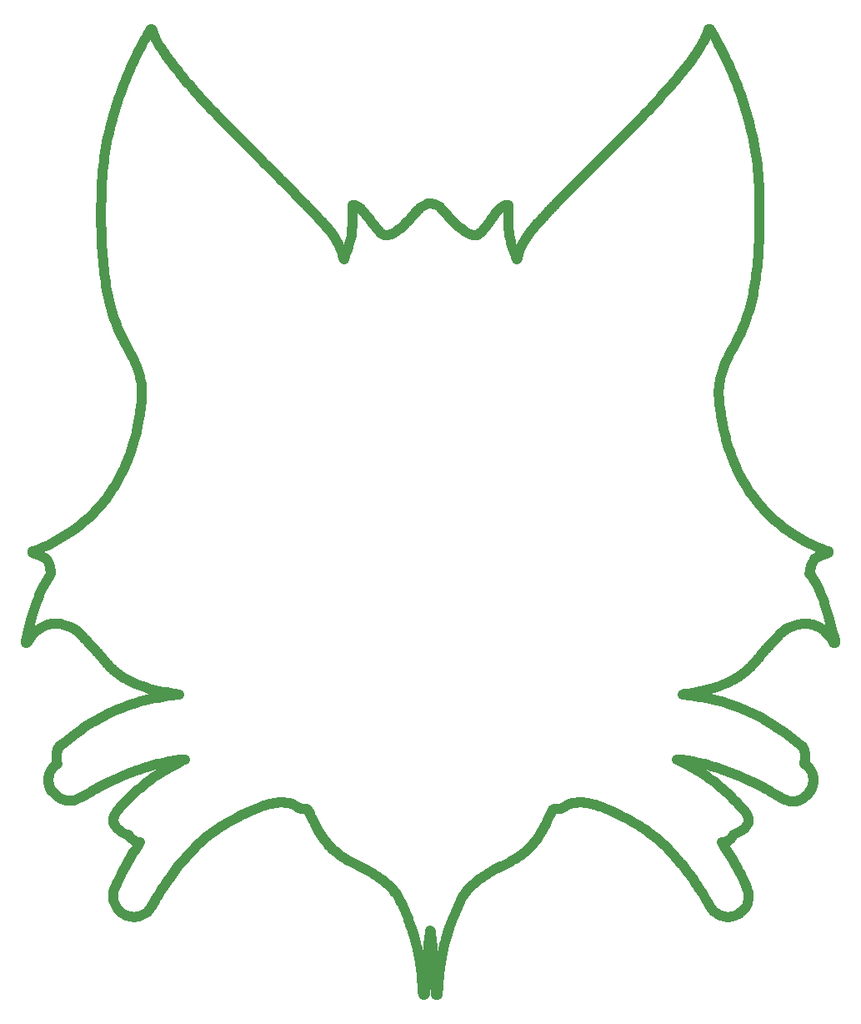
<source format=gbr>
%TF.GenerationSoftware,KiCad,Pcbnew,(6.0.10)*%
%TF.CreationDate,2023-11-18T20:59:03+01:00*%
%TF.ProjectId,Lynx,4c796e78-2e6b-4696-9361-645f70636258,V 1.3*%
%TF.SameCoordinates,Original*%
%TF.FileFunction,Profile,NP*%
%FSLAX46Y46*%
G04 Gerber Fmt 4.6, Leading zero omitted, Abs format (unit mm)*
G04 Created by KiCad (PCBNEW (6.0.10)) date 2023-11-18 20:59:03*
%MOMM*%
%LPD*%
G01*
G04 APERTURE LIST*
%TA.AperFunction,Profile*%
%ADD10C,1.000000*%
%TD*%
G04 APERTURE END LIST*
D10*
X51093000Y-31193000D02*
X51131000Y-31212000D01*
X51158000Y-31245000D01*
X51168000Y-31283000D01*
X51168000Y-31287000D01*
X51170000Y-31302000D01*
X51182000Y-31362000D01*
X51194000Y-31408000D01*
X51211000Y-31466000D01*
X51233000Y-31535000D01*
X51262000Y-31616000D01*
X51299000Y-31710000D01*
X51343000Y-31816000D01*
X51397000Y-31936000D01*
X51460000Y-32070000D01*
X51534000Y-32217000D01*
X51619000Y-32378000D01*
X51716000Y-32552000D01*
X51794000Y-32688000D01*
X51879000Y-32831000D01*
X51972000Y-32982000D01*
X52072000Y-33142000D01*
X52180000Y-33309000D01*
X52296000Y-33485000D01*
X52420000Y-33669000D01*
X52553000Y-33861000D01*
X52696000Y-34062000D01*
X52847000Y-34272000D01*
X53009000Y-34490000D01*
X53180000Y-34718000D01*
X53361000Y-34954000D01*
X53553000Y-35200000D01*
X53756000Y-35455000D01*
X53970000Y-35720000D01*
X54195000Y-35995000D01*
X54432000Y-36279000D01*
X54681000Y-36573000D01*
X54942000Y-36877000D01*
X55216000Y-37191000D01*
X55502000Y-37516000D01*
X55802000Y-37851000D01*
X56116000Y-38196000D01*
X56443000Y-38553000D01*
X56784000Y-38920000D01*
X57139000Y-39298000D01*
X57510000Y-39687000D01*
X57895000Y-40087000D01*
X58295000Y-40499000D01*
X58711000Y-40922000D01*
X59143000Y-41356000D01*
X59215000Y-41429000D01*
X60828000Y-43042000D01*
X61198000Y-43413000D01*
X61555000Y-43770000D01*
X61899000Y-44115000D01*
X62232000Y-44448000D01*
X62552000Y-44769000D01*
X62860000Y-45079000D01*
X63157000Y-45377000D01*
X63443000Y-45664000D01*
X63718000Y-45941000D01*
X63982000Y-46207000D01*
X64236000Y-46463000D01*
X64480000Y-46709000D01*
X64715000Y-46945000D01*
X64939000Y-47172000D01*
X65155000Y-47390000D01*
X65361000Y-47599000D01*
X65559000Y-47799000D01*
X65748000Y-47991000D01*
X65929000Y-48175000D01*
X66103000Y-48352000D01*
X66268000Y-48521000D01*
X66427000Y-48683000D01*
X66578000Y-48838000D01*
X66723000Y-48987000D01*
X66861000Y-49129000D01*
X66993000Y-49266000D01*
X67118000Y-49396000D01*
X67239000Y-49521000D01*
X67354000Y-49641000D01*
X67463000Y-49756000D01*
X67568000Y-49867000D01*
X67668000Y-49973000D01*
X67764000Y-50075000D01*
X67856000Y-50173000D01*
X67945000Y-50268000D01*
X68030000Y-50359000D01*
X68111000Y-50448000D01*
X68190000Y-50534000D01*
X68266000Y-50617000D01*
X68339000Y-50699000D01*
X68411000Y-50778000D01*
X68481000Y-50856000D01*
X68549000Y-50933000D01*
X68616000Y-51009000D01*
X68682000Y-51084000D01*
X68747000Y-51158000D01*
X68811000Y-51232000D01*
X69006000Y-51457000D01*
X69071000Y-51534000D01*
X69085000Y-51550000D01*
X69279000Y-51788000D01*
X69457000Y-52027000D01*
X69620000Y-52267000D01*
X69768000Y-52506000D01*
X69901000Y-52741000D01*
X70022000Y-52973000D01*
X70130000Y-53198000D01*
X70226000Y-53416000D01*
X70311000Y-53625000D01*
X70386000Y-53824000D01*
X70452000Y-54010000D01*
X70509000Y-54183000D01*
X70558000Y-54341000D01*
X70600000Y-54482000D01*
X70622000Y-54558000D01*
X70660000Y-54436000D01*
X70704000Y-54297000D01*
X70756000Y-54140000D01*
X70814000Y-53966000D01*
X70880000Y-53778000D01*
X70953000Y-53575000D01*
X71033000Y-53358000D01*
X71095000Y-53195000D01*
X71179000Y-52956000D01*
X71252000Y-52701000D01*
X71315000Y-52429000D01*
X71368000Y-52140000D01*
X71411000Y-51834000D01*
X71445000Y-51512000D01*
X71470000Y-51171000D01*
X71486000Y-50813000D01*
X71493000Y-50438000D01*
X71491000Y-50044000D01*
X71481000Y-49633000D01*
X71463000Y-49203000D01*
X71460000Y-49141000D01*
X71463000Y-49093000D01*
X71475000Y-49059000D01*
X71491000Y-49035000D01*
X71505000Y-49022000D01*
X71510000Y-49019000D01*
X71551000Y-49004000D01*
X71576000Y-49005000D01*
X71601000Y-49011000D01*
X71630000Y-49029000D01*
X71642000Y-49041000D01*
X71760000Y-49067000D01*
X71880000Y-49112000D01*
X72000000Y-49174000D01*
X72120000Y-49252000D01*
X72241000Y-49347000D01*
X72301000Y-49398000D01*
X72447000Y-49539000D01*
X72594000Y-49696000D01*
X72741000Y-49867000D01*
X72888000Y-50050000D01*
X73036000Y-50241000D01*
X73183000Y-50438000D01*
X73317000Y-50620000D01*
X73460000Y-50814000D01*
X73603000Y-51005000D01*
X73744000Y-51190000D01*
X73885000Y-51366000D01*
X74026000Y-51531000D01*
X74165000Y-51681000D01*
X74291000Y-51803000D01*
X74390000Y-51888000D01*
X74488000Y-51962000D01*
X74585000Y-52021000D01*
X74681000Y-52065000D01*
X74776000Y-52092000D01*
X74854000Y-52101000D01*
X75002000Y-52095000D01*
X75153000Y-52070000D01*
X75306000Y-52029000D01*
X75459000Y-51972000D01*
X75614000Y-51900000D01*
X75768000Y-51816000D01*
X75923000Y-51721000D01*
X76077000Y-51615000D01*
X76185000Y-51536000D01*
X76382000Y-51379000D01*
X76576000Y-51211000D01*
X76765000Y-51036000D01*
X76949000Y-50856000D01*
X77125000Y-50673000D01*
X77295000Y-50491000D01*
X77455000Y-50312000D01*
X77606000Y-50139000D01*
X77746000Y-49974000D01*
X77874000Y-49821000D01*
X77918000Y-49768000D01*
X78072000Y-49593000D01*
X78226000Y-49437000D01*
X78381000Y-49301000D01*
X78535000Y-49185000D01*
X78690000Y-49088000D01*
X78845000Y-49010000D01*
X79000000Y-48952000D01*
X79154000Y-48912000D01*
X79308000Y-48891000D01*
X79411000Y-48887000D01*
X79569000Y-48898000D01*
X79726000Y-48928000D01*
X79884000Y-48978000D01*
X80041000Y-49047000D01*
X80197000Y-49137000D01*
X80354000Y-49246000D01*
X80509000Y-49374000D01*
X80664000Y-49523000D01*
X80818000Y-49692000D01*
X80883000Y-49769000D01*
X80995000Y-49904000D01*
X81120000Y-50050000D01*
X81257000Y-50206000D01*
X81405000Y-50369000D01*
X81563000Y-50537000D01*
X81728000Y-50707000D01*
X81901000Y-50878000D01*
X82080000Y-51046000D01*
X82263000Y-51210000D01*
X82450000Y-51367000D01*
X82639000Y-51516000D01*
X82654000Y-51527000D01*
X82806000Y-51637000D01*
X82958000Y-51739000D01*
X83109000Y-51832000D01*
X83259000Y-51912000D01*
X83406000Y-51981000D01*
X83551000Y-52035000D01*
X83692000Y-52074000D01*
X83830000Y-52096000D01*
X83947000Y-52101000D01*
X84052000Y-52089000D01*
X84156000Y-52058000D01*
X84259000Y-52011000D01*
X84362000Y-51948000D01*
X84464000Y-51872000D01*
X84549000Y-51800000D01*
X84689000Y-51665000D01*
X84827000Y-51512000D01*
X84965000Y-51346000D01*
X85103000Y-51168000D01*
X85240000Y-50981000D01*
X85377000Y-50790000D01*
X85503000Y-50611000D01*
X85643000Y-50413000D01*
X85783000Y-50218000D01*
X85923000Y-50029000D01*
X86064000Y-49848000D01*
X86205000Y-49679000D01*
X86346000Y-49524000D01*
X86487000Y-49388000D01*
X86606000Y-49288000D01*
X86726000Y-49204000D01*
X86846000Y-49135000D01*
X86968000Y-49083000D01*
X87089000Y-49050000D01*
X87159000Y-49039000D01*
X87160000Y-49039000D01*
X87189000Y-49016000D01*
X87216000Y-49006000D01*
X87224000Y-49005000D01*
X87257000Y-49005000D01*
X87289000Y-49016000D01*
X87317000Y-49043000D01*
X87324000Y-49052000D01*
X87331000Y-49068000D01*
X87338000Y-49099000D01*
X87340000Y-49141000D01*
X87321000Y-49573000D01*
X87310000Y-49987000D01*
X87307000Y-50383000D01*
X87313000Y-50761000D01*
X87327000Y-51122000D01*
X87351000Y-51465000D01*
X87383000Y-51790000D01*
X87425000Y-52098000D01*
X87477000Y-52389000D01*
X87538000Y-52664000D01*
X87610000Y-52921000D01*
X87692000Y-53162000D01*
X87705000Y-53195000D01*
X87790000Y-53421000D01*
X87868000Y-53634000D01*
X87939000Y-53833000D01*
X88003000Y-54017000D01*
X88059000Y-54186000D01*
X88109000Y-54338000D01*
X88152000Y-54473000D01*
X88179000Y-54558000D01*
X88216000Y-54428000D01*
X88261000Y-54280000D01*
X88313000Y-54116000D01*
X88373000Y-53937000D01*
X88443000Y-53746000D01*
X88522000Y-53543000D01*
X88611000Y-53330000D01*
X88712000Y-53109000D01*
X88825000Y-52881000D01*
X88951000Y-52648000D01*
X89090000Y-52411000D01*
X89243000Y-52171000D01*
X89412000Y-51931000D01*
X89596000Y-51692000D01*
X89715000Y-51550000D01*
X89781000Y-51473000D01*
X89846000Y-51397000D01*
X89911000Y-51322000D01*
X89975000Y-51248000D01*
X90040000Y-51173000D01*
X90105000Y-51099000D01*
X90237000Y-50949000D01*
X90305000Y-50872000D01*
X90375000Y-50794000D01*
X90446000Y-50715000D01*
X90519000Y-50634000D01*
X90594000Y-50551000D01*
X90673000Y-50466000D01*
X90753000Y-50378000D01*
X90838000Y-50287000D01*
X90925000Y-50193000D01*
X91016000Y-50095000D01*
X91111000Y-49994000D01*
X91211000Y-49889000D01*
X91315000Y-49780000D01*
X91423000Y-49665000D01*
X91537000Y-49547000D01*
X91656000Y-49423000D01*
X91781000Y-49293000D01*
X91912000Y-49158000D01*
X92049000Y-49017000D01*
X92192000Y-48870000D01*
X92342000Y-48716000D01*
X92499000Y-48555000D01*
X92663000Y-48387000D01*
X92834000Y-48212000D01*
X93014000Y-48030000D01*
X93202000Y-47839000D01*
X93398000Y-47640000D01*
X93602000Y-47433000D01*
X93816000Y-47217000D01*
X94038000Y-46992000D01*
X94271000Y-46758000D01*
X94513000Y-46514000D01*
X94764000Y-46260000D01*
X95027000Y-45997000D01*
X95299000Y-45722000D01*
X95583000Y-45437000D01*
X95878000Y-45141000D01*
X96184000Y-44834000D01*
X96502000Y-44515000D01*
X96831000Y-44185000D01*
X97173000Y-43842000D01*
X97895000Y-43120000D01*
X98275000Y-42739000D01*
X98668000Y-42345000D01*
X99076000Y-41938000D01*
X99496000Y-41517000D01*
X99585000Y-41429000D01*
X100019000Y-40992000D01*
X100438000Y-40567000D01*
X100841000Y-40154000D01*
X101228000Y-39752000D01*
X101601000Y-39361000D01*
X101959000Y-38981000D01*
X102302000Y-38612000D01*
X102632000Y-38254000D01*
X102947000Y-37907000D01*
X103249000Y-37570000D01*
X103538000Y-37244000D01*
X103814000Y-36928000D01*
X104077000Y-36622000D01*
X104328000Y-36326000D01*
X104567000Y-36040000D01*
X104794000Y-35764000D01*
X105010000Y-35498000D01*
X105215000Y-35241000D01*
X105408000Y-34994000D01*
X105591000Y-34756000D01*
X105764000Y-34527000D01*
X105927000Y-34307000D01*
X106080000Y-34096000D01*
X106224000Y-33893000D01*
X106359000Y-33699000D01*
X106485000Y-33514000D01*
X106602000Y-33337000D01*
X106711000Y-33169000D01*
X106813000Y-33008000D01*
X106906000Y-32855000D01*
X106993000Y-32711000D01*
X107072000Y-32573000D01*
X107084000Y-32552000D01*
X107182000Y-32376000D01*
X107267000Y-32214000D01*
X107341000Y-32067000D01*
X107404000Y-31934000D01*
X107458000Y-31815000D01*
X107502000Y-31708000D01*
X107538000Y-31615000D01*
X107567000Y-31534000D01*
X107589000Y-31465000D01*
X107606000Y-31407000D01*
X107618000Y-31361000D01*
X107625000Y-31326000D01*
X107630000Y-31302000D01*
X107632000Y-31287000D01*
X107632000Y-31283000D01*
X107644000Y-31241000D01*
X107672000Y-31209000D01*
X107707000Y-31193000D01*
X107750000Y-31191000D01*
X107789000Y-31207000D01*
X107816000Y-31234000D01*
X107821000Y-31243000D01*
X107837000Y-31268000D01*
X107863000Y-31309000D01*
X107899000Y-31366000D01*
X107944000Y-31438000D01*
X107998000Y-31527000D01*
X108060000Y-31630000D01*
X108131000Y-31749000D01*
X108209000Y-31882000D01*
X108294000Y-32030000D01*
X108386000Y-32192000D01*
X108484000Y-32368000D01*
X108588000Y-32558000D01*
X108698000Y-32761000D01*
X108813000Y-32978000D01*
X108933000Y-33207000D01*
X109056000Y-33450000D01*
X109184000Y-33705000D01*
X109315000Y-33972000D01*
X109449000Y-34251000D01*
X109585000Y-34542000D01*
X109724000Y-34845000D01*
X109865000Y-35159000D01*
X110006000Y-35484000D01*
X110149000Y-35820000D01*
X110292000Y-36166000D01*
X110435000Y-36523000D01*
X110578000Y-36889000D01*
X110720000Y-37266000D01*
X110861000Y-37652000D01*
X111000000Y-38048000D01*
X111138000Y-38452000D01*
X111272000Y-38866000D01*
X111404000Y-39287000D01*
X111533000Y-39718000D01*
X111658000Y-40156000D01*
X111778000Y-40602000D01*
X111894000Y-41056000D01*
X112006000Y-41517000D01*
X112111000Y-41986000D01*
X112211000Y-42461000D01*
X112305000Y-42943000D01*
X112392000Y-43431000D01*
X112472000Y-43925000D01*
X112545000Y-44425000D01*
X112609000Y-44931000D01*
X112666000Y-45442000D01*
X112713000Y-45958000D01*
X112752000Y-46479000D01*
X112780000Y-47005000D01*
X112791000Y-47267000D01*
X112813000Y-47948000D01*
X112828000Y-48610000D01*
X112839000Y-49253000D01*
X112844000Y-49878000D01*
X112843000Y-50486000D01*
X112837000Y-51076000D01*
X112826000Y-51650000D01*
X112810000Y-52206000D01*
X112789000Y-52747000D01*
X112763000Y-53272000D01*
X112732000Y-53781000D01*
X112696000Y-54275000D01*
X112656000Y-54754000D01*
X112611000Y-55219000D01*
X112562000Y-55669000D01*
X112509000Y-56106000D01*
X112451000Y-56530000D01*
X112389000Y-56941000D01*
X112323000Y-57339000D01*
X112254000Y-57725000D01*
X112180000Y-58099000D01*
X112103000Y-58461000D01*
X112022000Y-58812000D01*
X111937000Y-59153000D01*
X111849000Y-59483000D01*
X111758000Y-59803000D01*
X111664000Y-60113000D01*
X111566000Y-60414000D01*
X111466000Y-60706000D01*
X111362000Y-60990000D01*
X111256000Y-61265000D01*
X111147000Y-61532000D01*
X111035000Y-61792000D01*
X110921000Y-62044000D01*
X110804000Y-62290000D01*
X110685000Y-62530000D01*
X110563000Y-62763000D01*
X110440000Y-62990000D01*
X110340000Y-63169000D01*
X110146000Y-63514000D01*
X109966000Y-63845000D01*
X109800000Y-64165000D01*
X109647000Y-64473000D01*
X109507000Y-64770000D01*
X109380000Y-65059000D01*
X109265000Y-65338000D01*
X109161000Y-65609000D01*
X109069000Y-65874000D01*
X108988000Y-66132000D01*
X108918000Y-66385000D01*
X108858000Y-66634000D01*
X108808000Y-66879000D01*
X108768000Y-67122000D01*
X108737000Y-67363000D01*
X108715000Y-67603000D01*
X108701000Y-67843000D01*
X108696000Y-68084000D01*
X108698000Y-68326000D01*
X108708000Y-68571000D01*
X108725000Y-68820000D01*
X108749000Y-69073000D01*
X108779000Y-69331000D01*
X108815000Y-69595000D01*
X108816000Y-69607000D01*
X108834000Y-69731000D01*
X108854000Y-69868000D01*
X108875000Y-70017000D01*
X108899000Y-70179000D01*
X108926000Y-70352000D01*
X108955000Y-70536000D01*
X108987000Y-70731000D01*
X109023000Y-70937000D01*
X109062000Y-71152000D01*
X109106000Y-71377000D01*
X109153000Y-71611000D01*
X109205000Y-71853000D01*
X109262000Y-72103000D01*
X109324000Y-72362000D01*
X109392000Y-72627000D01*
X109465000Y-72899000D01*
X109543000Y-73178000D01*
X109628000Y-73462000D01*
X109720000Y-73752000D01*
X109818000Y-74047000D01*
X109923000Y-74347000D01*
X110036000Y-74651000D01*
X110156000Y-74958000D01*
X110284000Y-75269000D01*
X110420000Y-75583000D01*
X110564000Y-75899000D01*
X110717000Y-76217000D01*
X110879000Y-76537000D01*
X111051000Y-76857000D01*
X111232000Y-77179000D01*
X111422000Y-77500000D01*
X111623000Y-77822000D01*
X111834000Y-78142000D01*
X112056000Y-78462000D01*
X112289000Y-78780000D01*
X112533000Y-79096000D01*
X112788000Y-79410000D01*
X113055000Y-79721000D01*
X113335000Y-80028000D01*
X113626000Y-80332000D01*
X113930000Y-80632000D01*
X114247000Y-80927000D01*
X114577000Y-81216000D01*
X114921000Y-81501000D01*
X115278000Y-81779000D01*
X115650000Y-82051000D01*
X116035000Y-82317000D01*
X116435000Y-82575000D01*
X116850000Y-82825000D01*
X117280000Y-83067000D01*
X117726000Y-83301000D01*
X118187000Y-83526000D01*
X118664000Y-83741000D01*
X119157000Y-83946000D01*
X119667000Y-84141000D01*
X119733000Y-84165000D01*
X119775000Y-84186000D01*
X119803000Y-84210000D01*
X119818000Y-84232000D01*
X119824000Y-84248000D01*
X119825000Y-84248000D01*
X119827000Y-84291000D01*
X119816000Y-84324000D01*
X119799000Y-84347000D01*
X119770000Y-84369000D01*
X119765000Y-84371000D01*
X119771000Y-84368000D01*
X119746000Y-84377000D01*
X119703000Y-84390000D01*
X119645000Y-84408000D01*
X119573000Y-84429000D01*
X119490000Y-84455000D01*
X119397000Y-84485000D01*
X119297000Y-84519000D01*
X119191000Y-84557000D01*
X119081000Y-84599000D01*
X118971000Y-84645000D01*
X118957000Y-84651000D01*
X118837000Y-84706000D01*
X118721000Y-84767000D01*
X118613000Y-84832000D01*
X118514000Y-84903000D01*
X118428000Y-84980000D01*
X118367000Y-85052000D01*
X118273000Y-85192000D01*
X118197000Y-85331000D01*
X118138000Y-85468000D01*
X118091000Y-85602000D01*
X118057000Y-85730000D01*
X118033000Y-85852000D01*
X118016000Y-85965000D01*
X118004000Y-86068000D01*
X117996000Y-86161000D01*
X117990000Y-86241000D01*
X117985000Y-86290000D01*
X117973000Y-86361000D01*
X117957000Y-86413000D01*
X117949000Y-86428000D01*
X117921000Y-86463000D01*
X118021000Y-86604000D01*
X118118000Y-86743000D01*
X118211000Y-86881000D01*
X118301000Y-87018000D01*
X118388000Y-87157000D01*
X118473000Y-87297000D01*
X118555000Y-87438000D01*
X118635000Y-87583000D01*
X118713000Y-87731000D01*
X118790000Y-87883000D01*
X118865000Y-88039000D01*
X118940000Y-88201000D01*
X119013000Y-88370000D01*
X119087000Y-88545000D01*
X119159000Y-88727000D01*
X119232000Y-88918000D01*
X119306000Y-89118000D01*
X119379000Y-89327000D01*
X119454000Y-89547000D01*
X119529000Y-89778000D01*
X119606000Y-90020000D01*
X119685000Y-90275000D01*
X119765000Y-90543000D01*
X119848000Y-90825000D01*
X119932000Y-91121000D01*
X120020000Y-91433000D01*
X120110000Y-91760000D01*
X120204000Y-92104000D01*
X120301000Y-92465000D01*
X120401000Y-92844000D01*
X120506000Y-93242000D01*
X120534000Y-93349000D01*
X120538000Y-93389000D01*
X120530000Y-93421000D01*
X120514000Y-93443000D01*
X120497000Y-93459000D01*
X120481000Y-93468000D01*
X120475000Y-93471000D01*
X120455000Y-93477000D01*
X120429000Y-93479000D01*
X120398000Y-93471000D01*
X120371000Y-93453000D01*
X120360000Y-93440000D01*
X120340000Y-93411000D01*
X120320000Y-93379000D01*
X120298000Y-93340000D01*
X120268000Y-93291000D01*
X120233000Y-93233000D01*
X120190000Y-93167000D01*
X120142000Y-93094000D01*
X120086000Y-93015000D01*
X120024000Y-92930000D01*
X119955000Y-92841000D01*
X119880000Y-92749000D01*
X119798000Y-92654000D01*
X119709000Y-92557000D01*
X119613000Y-92459000D01*
X119511000Y-92362000D01*
X119401000Y-92266000D01*
X119285000Y-92173000D01*
X119162000Y-92082000D01*
X119031000Y-91995000D01*
X118894000Y-91913000D01*
X118749000Y-91837000D01*
X118598000Y-91767000D01*
X118439000Y-91706000D01*
X118273000Y-91652000D01*
X118100000Y-91609000D01*
X117920000Y-91576000D01*
X117732000Y-91554000D01*
X117537000Y-91544000D01*
X117334000Y-91548000D01*
X117124000Y-91566000D01*
X116907000Y-91599000D01*
X116682000Y-91648000D01*
X116450000Y-91714000D01*
X116289000Y-91769000D01*
X116173000Y-91811000D01*
X116066000Y-91852000D01*
X115967000Y-91892000D01*
X115875000Y-91931000D01*
X115789000Y-91971000D01*
X115708000Y-92011000D01*
X115631000Y-92053000D01*
X115558000Y-92097000D01*
X115487000Y-92143000D01*
X115417000Y-92193000D01*
X115347000Y-92246000D01*
X115276000Y-92304000D01*
X115204000Y-92368000D01*
X115128000Y-92437000D01*
X115050000Y-92512000D01*
X114966000Y-92595000D01*
X114877000Y-92685000D01*
X114781000Y-92783000D01*
X114678000Y-92891000D01*
X114566000Y-93008000D01*
X114444000Y-93135000D01*
X114312000Y-93272000D01*
X114168000Y-93421000D01*
X114012000Y-93583000D01*
X113842000Y-93757000D01*
X113787000Y-93812000D01*
X113668000Y-93936000D01*
X113552000Y-94062000D01*
X113438000Y-94189000D01*
X113326000Y-94318000D01*
X113216000Y-94448000D01*
X113107000Y-94579000D01*
X112997000Y-94711000D01*
X112888000Y-94844000D01*
X112778000Y-94978000D01*
X112666000Y-95112000D01*
X112553000Y-95247000D01*
X112437000Y-95382000D01*
X112319000Y-95516000D01*
X112197000Y-95651000D01*
X112070000Y-95785000D01*
X111940000Y-95919000D01*
X111804000Y-96052000D01*
X111663000Y-96185000D01*
X111515000Y-96316000D01*
X111361000Y-96446000D01*
X111199000Y-96575000D01*
X111030000Y-96702000D01*
X110852000Y-96828000D01*
X110666000Y-96952000D01*
X110470000Y-97074000D01*
X110264000Y-97194000D01*
X110047000Y-97312000D01*
X109820000Y-97427000D01*
X109581000Y-97540000D01*
X109330000Y-97650000D01*
X109066000Y-97757000D01*
X108789000Y-97860000D01*
X108498000Y-97961000D01*
X108193000Y-98058000D01*
X107873000Y-98152000D01*
X107538000Y-98241000D01*
X107187000Y-98327000D01*
X106820000Y-98409000D01*
X106435000Y-98486000D01*
X106033000Y-98560000D01*
X105613000Y-98628000D01*
X105174000Y-98692000D01*
X104980000Y-98718000D01*
X105213000Y-98748000D01*
X105589000Y-98798000D01*
X105961000Y-98852000D01*
X106331000Y-98909000D01*
X106698000Y-98969000D01*
X107064000Y-99034000D01*
X107429000Y-99103000D01*
X107792000Y-99178000D01*
X108154000Y-99258000D01*
X108516000Y-99345000D01*
X108878000Y-99438000D01*
X109240000Y-99539000D01*
X109603000Y-99648000D01*
X109966000Y-99765000D01*
X110331000Y-99892000D01*
X110698000Y-100027000D01*
X111067000Y-100173000D01*
X111438000Y-100329000D01*
X111812000Y-100496000D01*
X112188000Y-100675000D01*
X112569000Y-100866000D01*
X112953000Y-101069000D01*
X113341000Y-101285000D01*
X113733000Y-101515000D01*
X114131000Y-101760000D01*
X114533000Y-102019000D01*
X114941000Y-102293000D01*
X115355000Y-102583000D01*
X115775000Y-102889000D01*
X116202000Y-103212000D01*
X116636000Y-103552000D01*
X117077000Y-103910000D01*
X117181000Y-103996000D01*
X117237000Y-104054000D01*
X117287000Y-104130000D01*
X117332000Y-104224000D01*
X117371000Y-104334000D01*
X117377000Y-104356000D01*
X117408000Y-104494000D01*
X117432000Y-104647000D01*
X117447000Y-104815000D01*
X117454000Y-104994000D01*
X117452000Y-105183000D01*
X117441000Y-105379000D01*
X117420000Y-105581000D01*
X117397000Y-105749000D01*
X117485000Y-105819000D01*
X117637000Y-105949000D01*
X117771000Y-106082000D01*
X117886000Y-106216000D01*
X117985000Y-106352000D01*
X118069000Y-106488000D01*
X118138000Y-106624000D01*
X118193000Y-106759000D01*
X118236000Y-106892000D01*
X118267000Y-107024000D01*
X118288000Y-107153000D01*
X118299000Y-107280000D01*
X118302000Y-107402000D01*
X118298000Y-107520000D01*
X118288000Y-107634000D01*
X118272000Y-107742000D01*
X118253000Y-107844000D01*
X118230000Y-107939000D01*
X118205000Y-108027000D01*
X118179000Y-108107000D01*
X118153000Y-108179000D01*
X118128000Y-108242000D01*
X118105000Y-108296000D01*
X118085000Y-108339000D01*
X118069000Y-108371000D01*
X118059000Y-108392000D01*
X118047000Y-108415000D01*
X118027000Y-108449000D01*
X118002000Y-108491000D01*
X117969000Y-108542000D01*
X117930000Y-108599000D01*
X117884000Y-108662000D01*
X117832000Y-108730000D01*
X117773000Y-108801000D01*
X117708000Y-108875000D01*
X117637000Y-108951000D01*
X117559000Y-109027000D01*
X117475000Y-109103000D01*
X117384000Y-109177000D01*
X117288000Y-109248000D01*
X117185000Y-109316000D01*
X117076000Y-109379000D01*
X116961000Y-109436000D01*
X116841000Y-109486000D01*
X116714000Y-109528000D01*
X116581000Y-109561000D01*
X116442000Y-109585000D01*
X116298000Y-109597000D01*
X116148000Y-109597000D01*
X115992000Y-109583000D01*
X115830000Y-109556000D01*
X115663000Y-109513000D01*
X115490000Y-109453000D01*
X115311000Y-109376000D01*
X115185000Y-109313000D01*
X115167000Y-109303000D01*
X115082000Y-109253000D01*
X115015000Y-109212000D01*
X114965000Y-109181000D01*
X114821000Y-109091000D01*
X114725000Y-109032000D01*
X114613000Y-108964000D01*
X114486000Y-108888000D01*
X114344000Y-108803000D01*
X114187000Y-108712000D01*
X114017000Y-108614000D01*
X113832000Y-108510000D01*
X113635000Y-108400000D01*
X113424000Y-108285000D01*
X113202000Y-108166000D01*
X112967000Y-108043000D01*
X112720000Y-107917000D01*
X112463000Y-107787000D01*
X112195000Y-107656000D01*
X111916000Y-107523000D01*
X111628000Y-107388000D01*
X111330000Y-107253000D01*
X111023000Y-107118000D01*
X110707000Y-106983000D01*
X110383000Y-106850000D01*
X110051000Y-106718000D01*
X109712000Y-106588000D01*
X109366000Y-106461000D01*
X109014000Y-106337000D01*
X108655000Y-106217000D01*
X108290000Y-106102000D01*
X107921000Y-105991000D01*
X107546000Y-105886000D01*
X107190000Y-105792000D01*
X106650000Y-105665000D01*
X106101000Y-105554000D01*
X105547000Y-105458000D01*
X104991000Y-105378000D01*
X104435000Y-105313000D01*
X104391000Y-105308000D01*
X104747000Y-105487000D01*
X105090000Y-105663000D01*
X105421000Y-105837000D01*
X105742000Y-106010000D01*
X106053000Y-106182000D01*
X106355000Y-106356000D01*
X106649000Y-106531000D01*
X106936000Y-106708000D01*
X107217000Y-106889000D01*
X107494000Y-107075000D01*
X107766000Y-107265000D01*
X108036000Y-107462000D01*
X108304000Y-107666000D01*
X108571000Y-107879000D01*
X108839000Y-108100000D01*
X109107000Y-108331000D01*
X109378000Y-108573000D01*
X109652000Y-108826000D01*
X109929000Y-109092000D01*
X110213000Y-109372000D01*
X110502000Y-109666000D01*
X110798000Y-109976000D01*
X111103000Y-110302000D01*
X111224000Y-110434000D01*
X111234000Y-110447000D01*
X111354000Y-110591000D01*
X111455000Y-110732000D01*
X111537000Y-110870000D01*
X111603000Y-111004000D01*
X111652000Y-111134000D01*
X111685000Y-111261000D01*
X111703000Y-111384000D01*
X111708000Y-111503000D01*
X111698000Y-111618000D01*
X111677000Y-111730000D01*
X111670000Y-111756000D01*
X111622000Y-111889000D01*
X111557000Y-112018000D01*
X111475000Y-112140000D01*
X111377000Y-112257000D01*
X111267000Y-112368000D01*
X111143000Y-112474000D01*
X111009000Y-112573000D01*
X110865000Y-112667000D01*
X110713000Y-112755000D01*
X110554000Y-112837000D01*
X110389000Y-112913000D01*
X110221000Y-112983000D01*
X110188000Y-112995000D01*
X110093000Y-113126000D01*
X109994000Y-113247000D01*
X109891000Y-113358000D01*
X109784000Y-113458000D01*
X109673000Y-113546000D01*
X109559000Y-113619000D01*
X109441000Y-113678000D01*
X109319000Y-113722000D01*
X109194000Y-113748000D01*
X109065000Y-113757000D01*
X108979000Y-113752000D01*
X109171000Y-114033000D01*
X109357000Y-114311000D01*
X109535000Y-114585000D01*
X109706000Y-114855000D01*
X109869000Y-115119000D01*
X110024000Y-115378000D01*
X110173000Y-115631000D01*
X110313000Y-115876000D01*
X110447000Y-116115000D01*
X110573000Y-116345000D01*
X110691000Y-116567000D01*
X110802000Y-116779000D01*
X110906000Y-116982000D01*
X111002000Y-117174000D01*
X111091000Y-117355000D01*
X111172000Y-117524000D01*
X111246000Y-117681000D01*
X111313000Y-117825000D01*
X111373000Y-117956000D01*
X111425000Y-118073000D01*
X111469000Y-118175000D01*
X111506000Y-118262000D01*
X111536000Y-118333000D01*
X111559000Y-118387000D01*
X111574000Y-118425000D01*
X111582000Y-118444000D01*
X111583000Y-118447000D01*
X111583000Y-118448000D01*
X111648000Y-118639000D01*
X111693000Y-118833000D01*
X111720000Y-119027000D01*
X111728000Y-119221000D01*
X111719000Y-119413000D01*
X111691000Y-119603000D01*
X111647000Y-119789000D01*
X111587000Y-119969000D01*
X111510000Y-120144000D01*
X111418000Y-120311000D01*
X111311000Y-120469000D01*
X111189000Y-120618000D01*
X111054000Y-120755000D01*
X110904000Y-120881000D01*
X110741000Y-120994000D01*
X110566000Y-121092000D01*
X110504000Y-121121000D01*
X110316000Y-121197000D01*
X110126000Y-121253000D01*
X109933000Y-121291000D01*
X109740000Y-121310000D01*
X109548000Y-121312000D01*
X109357000Y-121296000D01*
X109169000Y-121262000D01*
X108985000Y-121212000D01*
X108807000Y-121146000D01*
X108635000Y-121063000D01*
X108471000Y-120966000D01*
X108315000Y-120853000D01*
X108170000Y-120725000D01*
X108036000Y-120583000D01*
X107914000Y-120427000D01*
X107806000Y-120257000D01*
X107773000Y-120197000D01*
X107768000Y-120188000D01*
X107754000Y-120162000D01*
X107731000Y-120120000D01*
X107700000Y-120062000D01*
X107659000Y-119988000D01*
X107610000Y-119900000D01*
X107553000Y-119799000D01*
X107486000Y-119683000D01*
X107412000Y-119556000D01*
X107330000Y-119416000D01*
X107239000Y-119265000D01*
X107141000Y-119103000D01*
X107034000Y-118930000D01*
X106920000Y-118749000D01*
X106799000Y-118558000D01*
X106670000Y-118359000D01*
X106534000Y-118153000D01*
X106390000Y-117940000D01*
X106240000Y-117720000D01*
X106082000Y-117495000D01*
X105918000Y-117264000D01*
X105747000Y-117029000D01*
X105569000Y-116791000D01*
X105385000Y-116549000D01*
X105195000Y-116304000D01*
X104998000Y-116058000D01*
X104795000Y-115810000D01*
X104587000Y-115562000D01*
X104372000Y-115314000D01*
X104152000Y-115066000D01*
X103926000Y-114819000D01*
X103694000Y-114575000D01*
X103458000Y-114333000D01*
X103216000Y-114094000D01*
X102968000Y-113859000D01*
X102716000Y-113628000D01*
X102459000Y-113402000D01*
X102197000Y-113182000D01*
X101931000Y-112968000D01*
X101660000Y-112761000D01*
X101385000Y-112562000D01*
X101105000Y-112371000D01*
X100821000Y-112189000D01*
X100623000Y-112069000D01*
X100266000Y-111860000D01*
X99925000Y-111665000D01*
X99598000Y-111482000D01*
X99284000Y-111311000D01*
X98985000Y-111152000D01*
X98698000Y-111004000D01*
X98425000Y-110867000D01*
X98164000Y-110741000D01*
X97916000Y-110624000D01*
X97680000Y-110517000D01*
X97456000Y-110420000D01*
X97243000Y-110330000D01*
X97042000Y-110250000D01*
X96852000Y-110177000D01*
X96672000Y-110111000D01*
X96503000Y-110052000D01*
X96344000Y-110000000D01*
X96195000Y-109954000D01*
X96055000Y-109913000D01*
X95925000Y-109878000D01*
X95803000Y-109848000D01*
X95690000Y-109821000D01*
X95586000Y-109799000D01*
X95489000Y-109781000D01*
X95401000Y-109765000D01*
X95320000Y-109752000D01*
X95245000Y-109741000D01*
X95178000Y-109732000D01*
X95118000Y-109724000D01*
X95063000Y-109717000D01*
X95015000Y-109711000D01*
X94973000Y-109705000D01*
X94964000Y-109703000D01*
X94867000Y-109691000D01*
X94759000Y-109686000D01*
X94641000Y-109687000D01*
X94517000Y-109692000D01*
X94387000Y-109702000D01*
X94257000Y-109714000D01*
X94127000Y-109730000D01*
X94000000Y-109746000D01*
X93880000Y-109764000D01*
X93768000Y-109782000D01*
X93668000Y-109799000D01*
X93581000Y-109814000D01*
X93511000Y-109827000D01*
X93495000Y-109830000D01*
X93362000Y-109945000D01*
X93230000Y-110041000D01*
X93101000Y-110121000D01*
X92976000Y-110186000D01*
X92856000Y-110237000D01*
X92742000Y-110277000D01*
X92635000Y-110306000D01*
X92536000Y-110328000D01*
X92446000Y-110342000D01*
X92367000Y-110351000D01*
X92298000Y-110357000D01*
X92248000Y-110361000D01*
X92045000Y-110368000D01*
X91955000Y-110366000D01*
X91887000Y-110411000D01*
X91855000Y-110442000D01*
X91820000Y-110490000D01*
X91805000Y-110515000D01*
X91753000Y-110603000D01*
X91697000Y-110709000D01*
X91636000Y-110832000D01*
X91592000Y-110923000D01*
X91511000Y-111091000D01*
X91423000Y-111276000D01*
X91326000Y-111477000D01*
X91220000Y-111692000D01*
X91104000Y-111919000D01*
X90977000Y-112157000D01*
X90840000Y-112404000D01*
X90690000Y-112659000D01*
X90529000Y-112921000D01*
X90354000Y-113187000D01*
X90166000Y-113457000D01*
X89963000Y-113728000D01*
X89746000Y-113999000D01*
X89722000Y-114028000D01*
X89561000Y-114210000D01*
X89391000Y-114385000D01*
X89213000Y-114552000D01*
X89028000Y-114712000D01*
X88838000Y-114865000D01*
X88644000Y-115011000D01*
X88447000Y-115149000D01*
X88249000Y-115281000D01*
X88052000Y-115405000D01*
X87856000Y-115523000D01*
X87664000Y-115633000D01*
X87475000Y-115737000D01*
X87293000Y-115833000D01*
X87118000Y-115923000D01*
X86951000Y-116006000D01*
X86795000Y-116082000D01*
X86650000Y-116152000D01*
X86517000Y-116214000D01*
X86399000Y-116270000D01*
X86296000Y-116320000D01*
X86211000Y-116363000D01*
X86183000Y-116377000D01*
X86096000Y-116424000D01*
X85993000Y-116479000D01*
X85875000Y-116544000D01*
X85744000Y-116618000D01*
X85602000Y-116700000D01*
X85448000Y-116790000D01*
X85286000Y-116888000D01*
X85117000Y-116994000D01*
X84942000Y-117108000D01*
X84762000Y-117229000D01*
X84579000Y-117356000D01*
X84394000Y-117490000D01*
X84209000Y-117631000D01*
X84025000Y-117778000D01*
X83844000Y-117931000D01*
X83667000Y-118089000D01*
X83495000Y-118253000D01*
X83331000Y-118422000D01*
X83175000Y-118595000D01*
X83033000Y-118769000D01*
X82923000Y-118916000D01*
X82815000Y-119073000D01*
X82709000Y-119241000D01*
X82605000Y-119417000D01*
X82504000Y-119600000D01*
X82404000Y-119788000D01*
X82308000Y-119982000D01*
X82214000Y-120179000D01*
X82123000Y-120378000D01*
X82035000Y-120578000D01*
X81950000Y-120778000D01*
X81869000Y-120976000D01*
X81791000Y-121172000D01*
X81716000Y-121364000D01*
X81646000Y-121551000D01*
X81579000Y-121731000D01*
X81517000Y-121904000D01*
X81459000Y-122068000D01*
X81405000Y-122223000D01*
X81356000Y-122366000D01*
X81311000Y-122496000D01*
X81272000Y-122613000D01*
X81237000Y-122716000D01*
X81208000Y-122802000D01*
X81184000Y-122870000D01*
X81172000Y-122902000D01*
X81141000Y-122988000D01*
X81107000Y-123094000D01*
X81069000Y-123216000D01*
X81028000Y-123354000D01*
X80985000Y-123506000D01*
X80940000Y-123672000D01*
X80893000Y-123851000D01*
X80845000Y-124040000D01*
X80797000Y-124239000D01*
X80749000Y-124446000D01*
X80701000Y-124661000D01*
X80653000Y-124882000D01*
X80607000Y-125107000D01*
X80563000Y-125337000D01*
X80521000Y-125568000D01*
X80482000Y-125801000D01*
X80474000Y-125854000D01*
X80442000Y-126062000D01*
X80412000Y-126274000D01*
X80383000Y-126488000D01*
X80356000Y-126704000D01*
X80331000Y-126919000D01*
X80307000Y-127133000D01*
X80285000Y-127344000D01*
X80265000Y-127550000D01*
X80246000Y-127751000D01*
X80229000Y-127945000D01*
X80214000Y-128130000D01*
X80200000Y-128305000D01*
X80188000Y-128470000D01*
X80177000Y-128622000D01*
X80168000Y-128760000D01*
X80160000Y-128882000D01*
X80154000Y-128988000D01*
X80150000Y-129076000D01*
X80148000Y-129109000D01*
X80140000Y-129149000D01*
X80122000Y-129177000D01*
X80100000Y-129195000D01*
X80076000Y-129205000D01*
X80057000Y-129210000D01*
X80046000Y-129211000D01*
X80045000Y-129211000D01*
X80018000Y-129207000D01*
X79988000Y-129192000D01*
X79970000Y-129174000D01*
X79960000Y-129160000D01*
X79949000Y-129131000D01*
X79949000Y-129128000D01*
X79946000Y-129109000D01*
X79943000Y-129071000D01*
X79939000Y-129015000D01*
X79937000Y-128995000D01*
X79932000Y-128913000D01*
X79926000Y-128813000D01*
X79919000Y-128694000D01*
X79912000Y-128559000D01*
X79903000Y-128409000D01*
X79894000Y-128245000D01*
X79883000Y-128067000D01*
X79872000Y-127878000D01*
X79860000Y-127677000D01*
X79848000Y-127467000D01*
X79834000Y-127249000D01*
X79820000Y-127023000D01*
X79805000Y-126791000D01*
X79790000Y-126554000D01*
X79774000Y-126313000D01*
X79757000Y-126069000D01*
X79739000Y-125823000D01*
X79721000Y-125578000D01*
X79702000Y-125332000D01*
X79683000Y-125089000D01*
X79663000Y-124849000D01*
X79642000Y-124612000D01*
X79621000Y-124381000D01*
X79599000Y-124157000D01*
X79577000Y-123940000D01*
X79571000Y-123878000D01*
X79546000Y-123653000D01*
X79520000Y-123441000D01*
X79494000Y-123243000D01*
X79467000Y-123060000D01*
X79440000Y-122894000D01*
X79416000Y-122763000D01*
X79400000Y-122688000D01*
X79385000Y-122763000D01*
X79357000Y-122912000D01*
X79330000Y-123079000D01*
X79303000Y-123264000D01*
X79277000Y-123464000D01*
X79251000Y-123678000D01*
X79229000Y-123878000D01*
X79207000Y-124093000D01*
X79185000Y-124315000D01*
X79164000Y-124545000D01*
X79143000Y-124779000D01*
X79123000Y-125019000D01*
X79103000Y-125261000D01*
X79084000Y-125506000D01*
X79048000Y-125998000D01*
X79031000Y-126242000D01*
X79015000Y-126484000D01*
X78999000Y-126722000D01*
X78984000Y-126956000D01*
X78970000Y-127184000D01*
X78956000Y-127404000D01*
X78943000Y-127617000D01*
X78931000Y-127820000D01*
X78920000Y-128013000D01*
X78909000Y-128194000D01*
X78900000Y-128363000D01*
X78891000Y-128517000D01*
X78883000Y-128657000D01*
X78876000Y-128780000D01*
X78869000Y-128886000D01*
X78864000Y-128973000D01*
X78863000Y-128995000D01*
X78858000Y-129057000D01*
X78855000Y-129100000D01*
X78852000Y-129125000D01*
X78841000Y-129158000D01*
X78831000Y-129173000D01*
X78831000Y-129174000D01*
X78802000Y-129198000D01*
X78773000Y-129209000D01*
X78755000Y-129211000D01*
X78745000Y-129210000D01*
X78726000Y-129206000D01*
X78703000Y-129197000D01*
X78680000Y-129180000D01*
X78662000Y-129153000D01*
X78652000Y-129115000D01*
X78652000Y-129109000D01*
X78648000Y-129029000D01*
X78643000Y-128931000D01*
X78636000Y-128815000D01*
X78627000Y-128684000D01*
X78617000Y-128538000D01*
X78606000Y-128379000D01*
X78592000Y-128208000D01*
X78578000Y-128026000D01*
X78561000Y-127836000D01*
X78543000Y-127638000D01*
X78524000Y-127434000D01*
X78502000Y-127225000D01*
X78480000Y-127013000D01*
X78455000Y-126798000D01*
X78429000Y-126582000D01*
X78401000Y-126367000D01*
X78372000Y-126154000D01*
X78341000Y-125944000D01*
X78326000Y-125854000D01*
X78288000Y-125621000D01*
X78246000Y-125389000D01*
X78203000Y-125159000D01*
X78157000Y-124932000D01*
X78110000Y-124710000D01*
X78062000Y-124494000D01*
X78014000Y-124285000D01*
X77966000Y-124084000D01*
X77918000Y-123893000D01*
X77871000Y-123712000D01*
X77825000Y-123543000D01*
X77781000Y-123387000D01*
X77740000Y-123246000D01*
X77701000Y-123120000D01*
X77666000Y-123011000D01*
X77634000Y-122920000D01*
X77628000Y-122902000D01*
X77607000Y-122843000D01*
X77580000Y-122767000D01*
X77549000Y-122674000D01*
X77512000Y-122565000D01*
X77470000Y-122442000D01*
X77424000Y-122306000D01*
X77373000Y-122158000D01*
X77317000Y-121999000D01*
X77257000Y-121831000D01*
X77193000Y-121655000D01*
X77124000Y-121472000D01*
X77052000Y-121282000D01*
X76976000Y-121089000D01*
X76897000Y-120892000D01*
X76814000Y-120692000D01*
X76728000Y-120492000D01*
X76639000Y-120292000D01*
X76546000Y-120094000D01*
X76451000Y-119899000D01*
X76354000Y-119707000D01*
X76253000Y-119521000D01*
X76151000Y-119341000D01*
X76046000Y-119168000D01*
X75939000Y-119005000D01*
X75831000Y-118851000D01*
X75768000Y-118769000D01*
X75621000Y-118590000D01*
X75465000Y-118417000D01*
X75300000Y-118248000D01*
X75128000Y-118085000D01*
X74951000Y-117926000D01*
X74770000Y-117774000D01*
X74586000Y-117627000D01*
X74401000Y-117487000D01*
X74216000Y-117353000D01*
X74033000Y-117225000D01*
X73853000Y-117105000D01*
X73678000Y-116991000D01*
X73509000Y-116886000D01*
X73347000Y-116787000D01*
X73194000Y-116697000D01*
X73052000Y-116616000D01*
X72921000Y-116542000D01*
X72804000Y-116478000D01*
X72701000Y-116422000D01*
X72617000Y-116377000D01*
X72538000Y-116337000D01*
X72442000Y-116290000D01*
X72330000Y-116237000D01*
X72203000Y-116176000D01*
X72062000Y-116110000D01*
X71910000Y-116036000D01*
X71747000Y-115956000D01*
X71575000Y-115869000D01*
X71395000Y-115775000D01*
X71209000Y-115674000D01*
X71018000Y-115566000D01*
X70823000Y-115451000D01*
X70626000Y-115329000D01*
X70428000Y-115200000D01*
X70231000Y-115065000D01*
X70036000Y-114922000D01*
X69844000Y-114771000D01*
X69657000Y-114614000D01*
X69476000Y-114450000D01*
X69303000Y-114278000D01*
X69139000Y-114099000D01*
X69079000Y-114028000D01*
X68859000Y-113757000D01*
X68655000Y-113486000D01*
X68466000Y-113216000D01*
X68289000Y-112949000D01*
X68126000Y-112687000D01*
X67976000Y-112431000D01*
X67837000Y-112183000D01*
X67709000Y-111944000D01*
X67592000Y-111715000D01*
X67485000Y-111499000D01*
X67387000Y-111297000D01*
X67298000Y-111110000D01*
X67216000Y-110940000D01*
X67208000Y-110923000D01*
X67143000Y-110789000D01*
X67083000Y-110671000D01*
X67029000Y-110571000D01*
X66995000Y-110515000D01*
X66959000Y-110460000D01*
X66926000Y-110422000D01*
X66913000Y-110411000D01*
X66849000Y-110369000D01*
X66652000Y-110361000D01*
X66594000Y-110357000D01*
X66525000Y-110351000D01*
X66444000Y-110341000D01*
X66353000Y-110326000D01*
X66253000Y-110303000D01*
X66145000Y-110273000D01*
X66031000Y-110232000D01*
X65910000Y-110179000D01*
X65785000Y-110113000D01*
X65655000Y-110032000D01*
X65523000Y-109933000D01*
X65404000Y-109830000D01*
X65339000Y-109818000D01*
X65256000Y-109803000D01*
X65159000Y-109787000D01*
X65050000Y-109769000D01*
X64932000Y-109751000D01*
X64807000Y-109734000D01*
X64677000Y-109718000D01*
X64546000Y-109705000D01*
X64417000Y-109694000D01*
X64291000Y-109688000D01*
X64171000Y-109686000D01*
X64060000Y-109689000D01*
X63960000Y-109699000D01*
X63936000Y-109703000D01*
X63895000Y-109710000D01*
X63848000Y-109716000D01*
X63795000Y-109723000D01*
X63736000Y-109730000D01*
X63670000Y-109739000D01*
X63598000Y-109749000D01*
X63518000Y-109762000D01*
X63432000Y-109777000D01*
X63337000Y-109795000D01*
X63234000Y-109816000D01*
X63123000Y-109841000D01*
X63004000Y-109870000D01*
X62876000Y-109905000D01*
X62738000Y-109944000D01*
X62591000Y-109989000D01*
X62434000Y-110039000D01*
X62268000Y-110096000D01*
X62091000Y-110160000D01*
X61903000Y-110232000D01*
X61704000Y-110311000D01*
X61494000Y-110398000D01*
X61273000Y-110494000D01*
X61040000Y-110598000D01*
X60795000Y-110713000D01*
X60537000Y-110837000D01*
X60267000Y-110971000D01*
X59983000Y-111116000D01*
X59687000Y-111273000D01*
X59376000Y-111441000D01*
X59052000Y-111621000D01*
X58714000Y-111813000D01*
X58362000Y-112019000D01*
X58277000Y-112069000D01*
X57990000Y-112244000D01*
X57708000Y-112429000D01*
X57430000Y-112623000D01*
X57156000Y-112825000D01*
X56886000Y-113034000D01*
X56621000Y-113249000D01*
X56361000Y-113471000D01*
X56105000Y-113699000D01*
X55854000Y-113931000D01*
X55609000Y-114167000D01*
X55368000Y-114407000D01*
X55133000Y-114650000D01*
X54903000Y-114895000D01*
X54679000Y-115142000D01*
X54461000Y-115390000D01*
X54248000Y-115639000D01*
X54041000Y-115887000D01*
X53840000Y-116134000D01*
X53645000Y-116380000D01*
X53457000Y-116624000D01*
X53275000Y-116865000D01*
X53099000Y-117102000D01*
X52930000Y-117336000D01*
X52768000Y-117565000D01*
X52613000Y-117789000D01*
X52464000Y-118006000D01*
X52323000Y-118218000D01*
X52189000Y-118422000D01*
X52062000Y-118618000D01*
X51943000Y-118806000D01*
X51831000Y-118985000D01*
X51728000Y-119154000D01*
X51632000Y-119312000D01*
X51544000Y-119460000D01*
X51464000Y-119596000D01*
X51392000Y-119720000D01*
X51328000Y-119831000D01*
X51273000Y-119929000D01*
X51227000Y-120013000D01*
X51189000Y-120081000D01*
X51160000Y-120135000D01*
X51140000Y-120172000D01*
X51129000Y-120193000D01*
X51127000Y-120197000D01*
X51024000Y-120371000D01*
X50906000Y-120532000D01*
X50776000Y-120679000D01*
X50635000Y-120811000D01*
X50482000Y-120929000D01*
X50321000Y-121032000D01*
X50151000Y-121120000D01*
X49975000Y-121192000D01*
X49793000Y-121247000D01*
X49606000Y-121286000D01*
X49416000Y-121308000D01*
X49224000Y-121313000D01*
X49031000Y-121300000D01*
X48838000Y-121268000D01*
X48647000Y-121218000D01*
X48458000Y-121149000D01*
X48396000Y-121121000D01*
X48216000Y-121028000D01*
X48049000Y-120920000D01*
X47895000Y-120799000D01*
X47754000Y-120665000D01*
X47628000Y-120520000D01*
X47516000Y-120365000D01*
X47418000Y-120201000D01*
X47337000Y-120029000D01*
X47271000Y-119850000D01*
X47221000Y-119666000D01*
X47188000Y-119477000D01*
X47173000Y-119286000D01*
X47175000Y-119092000D01*
X47195000Y-118898000D01*
X47234000Y-118704000D01*
X47292000Y-118512000D01*
X47316000Y-118448000D01*
X47316000Y-118447000D01*
X47320000Y-118438000D01*
X47331000Y-118411000D01*
X47349000Y-118366000D01*
X47375000Y-118305000D01*
X47408000Y-118227000D01*
X47448000Y-118134000D01*
X47496000Y-118026000D01*
X47551000Y-117903000D01*
X47613000Y-117767000D01*
X47683000Y-117617000D01*
X47760000Y-117455000D01*
X47845000Y-117280000D01*
X47937000Y-117095000D01*
X48036000Y-116898000D01*
X48143000Y-116691000D01*
X48257000Y-116475000D01*
X48379000Y-116250000D01*
X48508000Y-116016000D01*
X48644000Y-115774000D01*
X48788000Y-115526000D01*
X48940000Y-115270000D01*
X49098000Y-115009000D01*
X49265000Y-114742000D01*
X49438000Y-114471000D01*
X49619000Y-114195000D01*
X49808000Y-113916000D01*
X49921000Y-113752000D01*
X49790000Y-113756000D01*
X49663000Y-113741000D01*
X49539000Y-113709000D01*
X49419000Y-113660000D01*
X49302000Y-113596000D01*
X49189000Y-113517000D01*
X49079000Y-113426000D01*
X48973000Y-113322000D01*
X48872000Y-113207000D01*
X48774000Y-113083000D01*
X48712000Y-112995000D01*
X48542000Y-112927000D01*
X48377000Y-112852000D01*
X48217000Y-112771000D01*
X48063000Y-112685000D01*
X47917000Y-112592000D01*
X47781000Y-112493000D01*
X47656000Y-112389000D01*
X47542000Y-112279000D01*
X47442000Y-112163000D01*
X47357000Y-112042000D01*
X47289000Y-111914000D01*
X47237000Y-111782000D01*
X47230000Y-111756000D01*
X47205000Y-111645000D01*
X47193000Y-111531000D01*
X47194000Y-111412000D01*
X47209000Y-111290000D01*
X47238000Y-111164000D01*
X47284000Y-111035000D01*
X47345000Y-110902000D01*
X47424000Y-110765000D01*
X47520000Y-110625000D01*
X47636000Y-110481000D01*
X47666000Y-110447000D01*
X47675000Y-110434000D01*
X47983000Y-110102000D01*
X48283000Y-109786000D01*
X48574000Y-109486000D01*
X48860000Y-109200000D01*
X49140000Y-108929000D01*
X49415000Y-108671000D01*
X49687000Y-108424000D01*
X49956000Y-108189000D01*
X50223000Y-107964000D01*
X50491000Y-107749000D01*
X50758000Y-107541000D01*
X51027000Y-107342000D01*
X51299000Y-107149000D01*
X51573000Y-106961000D01*
X51853000Y-106779000D01*
X52138000Y-106600000D01*
X52429000Y-106424000D01*
X52728000Y-106250000D01*
X53035000Y-106077000D01*
X53351000Y-105905000D01*
X53678000Y-105731000D01*
X54017000Y-105556000D01*
X54368000Y-105379000D01*
X54509000Y-105308000D01*
X53953000Y-105373000D01*
X53396000Y-105452000D01*
X52842000Y-105546000D01*
X52293000Y-105656000D01*
X51751000Y-105782000D01*
X51709000Y-105792000D01*
X51330000Y-105892000D01*
X50956000Y-105998000D01*
X50587000Y-106109000D01*
X50222000Y-106225000D01*
X49864000Y-106345000D01*
X49512000Y-106469000D01*
X49166000Y-106596000D01*
X48828000Y-106726000D01*
X48496000Y-106858000D01*
X48173000Y-106992000D01*
X47858000Y-107126000D01*
X47551000Y-107261000D01*
X47254000Y-107396000D01*
X46966000Y-107531000D01*
X46688000Y-107664000D01*
X46421000Y-107795000D01*
X46164000Y-107924000D01*
X45918000Y-108051000D01*
X45684000Y-108174000D01*
X45462000Y-108293000D01*
X45252000Y-108407000D01*
X45055000Y-108516000D01*
X44872000Y-108620000D01*
X44702000Y-108718000D01*
X44546000Y-108809000D01*
X44405000Y-108892000D01*
X44279000Y-108968000D01*
X44168000Y-109036000D01*
X44073000Y-109094000D01*
X43994000Y-109143000D01*
X43935000Y-109181000D01*
X43760000Y-109282000D01*
X43588000Y-109365000D01*
X43420000Y-109430000D01*
X43255000Y-109478000D01*
X43094000Y-109511000D01*
X42937000Y-109530000D01*
X42785000Y-109535000D01*
X42636000Y-109528000D01*
X42492000Y-109509000D01*
X42353000Y-109480000D01*
X42219000Y-109442000D01*
X42090000Y-109397000D01*
X41966000Y-109344000D01*
X41847000Y-109285000D01*
X41734000Y-109221000D01*
X41627000Y-109153000D01*
X41526000Y-109082000D01*
X41431000Y-109010000D01*
X41423000Y-109004000D01*
X41322000Y-108919000D01*
X41230000Y-108836000D01*
X41147000Y-108754000D01*
X41073000Y-108677000D01*
X41009000Y-108606000D01*
X40955000Y-108542000D01*
X40911000Y-108488000D01*
X40877000Y-108444000D01*
X40854000Y-108412000D01*
X40842000Y-108395000D01*
X40841000Y-108392000D01*
X40830000Y-108370000D01*
X40814000Y-108337000D01*
X40794000Y-108294000D01*
X40771000Y-108240000D01*
X40746000Y-108177000D01*
X40720000Y-108105000D01*
X40694000Y-108024000D01*
X40669000Y-107936000D01*
X40646000Y-107840000D01*
X40627000Y-107738000D01*
X40611000Y-107630000D01*
X40601000Y-107516000D01*
X40597000Y-107398000D01*
X40600000Y-107275000D01*
X40612000Y-107149000D01*
X40633000Y-107019000D01*
X40665000Y-106888000D01*
X40708000Y-106754000D01*
X40764000Y-106619000D01*
X40833000Y-106483000D01*
X40917000Y-106347000D01*
X41017000Y-106212000D01*
X41133000Y-106077000D01*
X41267000Y-105945000D01*
X41415000Y-105819000D01*
X41503000Y-105749000D01*
X41475000Y-105544000D01*
X41456000Y-105343000D01*
X41447000Y-105148000D01*
X41446000Y-104961000D01*
X41455000Y-104783000D01*
X41471000Y-104618000D01*
X41496000Y-104467000D01*
X41523000Y-104356000D01*
X41560000Y-104243000D01*
X41603000Y-104146000D01*
X41653000Y-104067000D01*
X41708000Y-104005000D01*
X41719000Y-103996000D01*
X42161000Y-103634000D01*
X42596000Y-103290000D01*
X43025000Y-102963000D01*
X43446000Y-102653000D01*
X43862000Y-102359000D01*
X44271000Y-102081000D01*
X44675000Y-101819000D01*
X45073000Y-101571000D01*
X45467000Y-101338000D01*
X45856000Y-101118000D01*
X46241000Y-100912000D01*
X46622000Y-100718000D01*
X47000000Y-100537000D01*
X47374000Y-100367000D01*
X47746000Y-100208000D01*
X48115000Y-100060000D01*
X48482000Y-99923000D01*
X48848000Y-99794000D01*
X49212000Y-99675000D01*
X49575000Y-99564000D01*
X49937000Y-99461000D01*
X50299000Y-99366000D01*
X50661000Y-99278000D01*
X51023000Y-99196000D01*
X51386000Y-99120000D01*
X51750000Y-99049000D01*
X52115000Y-98984000D01*
X52482000Y-98922000D01*
X52852000Y-98865000D01*
X53223000Y-98811000D01*
X53598000Y-98759000D01*
X53686000Y-98748000D01*
X53869000Y-98724000D01*
X53421000Y-98663000D01*
X52992000Y-98597000D01*
X52581000Y-98527000D01*
X52187000Y-98452000D01*
X51811000Y-98372000D01*
X51452000Y-98289000D01*
X51108000Y-98201000D01*
X50781000Y-98110000D01*
X50468000Y-98015000D01*
X50170000Y-97916000D01*
X49886000Y-97815000D01*
X49615000Y-97710000D01*
X49358000Y-97601000D01*
X49112000Y-97491000D01*
X48879000Y-97377000D01*
X48657000Y-97261000D01*
X48445000Y-97142000D01*
X48244000Y-97022000D01*
X48052000Y-96899000D01*
X47870000Y-96774000D01*
X47696000Y-96648000D01*
X47531000Y-96520000D01*
X47372000Y-96391000D01*
X47221000Y-96260000D01*
X47077000Y-96128000D01*
X46938000Y-95996000D01*
X46805000Y-95863000D01*
X46676000Y-95729000D01*
X46552000Y-95595000D01*
X46431000Y-95460000D01*
X46314000Y-95326000D01*
X46200000Y-95191000D01*
X46087000Y-95057000D01*
X45977000Y-94923000D01*
X45867000Y-94790000D01*
X45758000Y-94657000D01*
X45649000Y-94526000D01*
X45539000Y-94395000D01*
X45429000Y-94266000D01*
X45316000Y-94138000D01*
X45202000Y-94011000D01*
X45085000Y-93886000D01*
X45013000Y-93812000D01*
X44839000Y-93634000D01*
X44678000Y-93469000D01*
X44531000Y-93317000D01*
X44395000Y-93175000D01*
X44270000Y-93045000D01*
X44156000Y-92925000D01*
X44050000Y-92815000D01*
X43952000Y-92714000D01*
X43860000Y-92621000D01*
X43775000Y-92537000D01*
X43695000Y-92459000D01*
X43619000Y-92388000D01*
X43546000Y-92323000D01*
X43475000Y-92264000D01*
X43405000Y-92209000D01*
X43335000Y-92158000D01*
X43264000Y-92110000D01*
X43191000Y-92066000D01*
X43116000Y-92024000D01*
X43036000Y-91983000D01*
X42952000Y-91943000D01*
X42862000Y-91904000D01*
X42765000Y-91864000D01*
X42660000Y-91824000D01*
X42547000Y-91782000D01*
X42511000Y-91769000D01*
X42273000Y-91691000D01*
X42043000Y-91630000D01*
X41821000Y-91587000D01*
X41606000Y-91559000D01*
X41399000Y-91545000D01*
X41199000Y-91546000D01*
X41006000Y-91560000D01*
X40821000Y-91585000D01*
X40643000Y-91622000D01*
X40472000Y-91669000D01*
X40308000Y-91725000D01*
X40152000Y-91789000D01*
X40003000Y-91861000D01*
X39860000Y-91939000D01*
X39725000Y-92023000D01*
X39597000Y-92111000D01*
X39476000Y-92203000D01*
X39362000Y-92298000D01*
X39255000Y-92394000D01*
X39155000Y-92491000D01*
X39061000Y-92589000D01*
X38974000Y-92685000D01*
X38895000Y-92779000D01*
X38821000Y-92871000D01*
X38755000Y-92958000D01*
X38695000Y-93042000D01*
X38642000Y-93119000D01*
X38595000Y-93190000D01*
X38555000Y-93253000D01*
X38521000Y-93308000D01*
X38494000Y-93354000D01*
X38480000Y-93379000D01*
X38454000Y-93420000D01*
X38436000Y-93445000D01*
X38429000Y-93453000D01*
X38397000Y-93473000D01*
X38367000Y-93479000D01*
X38341000Y-93476000D01*
X38325000Y-93471000D01*
X38313000Y-93465000D01*
X38296000Y-93453000D01*
X38279000Y-93435000D01*
X38266000Y-93409000D01*
X38262000Y-93374000D01*
X38266000Y-93349000D01*
X38372000Y-92946000D01*
X38473000Y-92562000D01*
X38571000Y-92196000D01*
X38666000Y-91848000D01*
X38757000Y-91516000D01*
X38845000Y-91201000D01*
X38931000Y-90901000D01*
X39014000Y-90615000D01*
X39094000Y-90344000D01*
X39173000Y-90085000D01*
X39251000Y-89840000D01*
X39327000Y-89606000D01*
X39401000Y-89383000D01*
X39475000Y-89171000D01*
X39549000Y-88969000D01*
X39622000Y-88776000D01*
X39694000Y-88591000D01*
X39768000Y-88414000D01*
X39841000Y-88244000D01*
X39915000Y-88081000D01*
X39990000Y-87923000D01*
X40067000Y-87770000D01*
X40145000Y-87621000D01*
X40224000Y-87476000D01*
X40306000Y-87333000D01*
X40390000Y-87193000D01*
X40476000Y-87054000D01*
X40565000Y-86916000D01*
X40658000Y-86778000D01*
X40753000Y-86640000D01*
X40853000Y-86500000D01*
X40880000Y-86463000D01*
X40852000Y-86428000D01*
X40834000Y-86383000D01*
X40820000Y-86320000D01*
X40816000Y-86290000D01*
X40810000Y-86220000D01*
X40803000Y-86137000D01*
X40795000Y-86041000D01*
X40782000Y-85935000D01*
X40763000Y-85819000D01*
X40736000Y-85696000D01*
X40699000Y-85566000D01*
X40649000Y-85432000D01*
X40585000Y-85294000D01*
X40505000Y-85154000D01*
X40435000Y-85052000D01*
X40363000Y-84970000D01*
X40276000Y-84894000D01*
X40176000Y-84824000D01*
X40066000Y-84759000D01*
X39950000Y-84699000D01*
X39850000Y-84653000D01*
X39735000Y-84605000D01*
X39622000Y-84561000D01*
X39512000Y-84522000D01*
X39409000Y-84487000D01*
X39313000Y-84456000D01*
X39227000Y-84430000D01*
X39154000Y-84408000D01*
X39096000Y-84391000D01*
X39054000Y-84378000D01*
X39049000Y-84376000D01*
X39012000Y-84359000D01*
X38989000Y-84335000D01*
X38977000Y-84310000D01*
X38972000Y-84287000D01*
X38972000Y-84285000D01*
X38974000Y-84253000D01*
X38988000Y-84219000D01*
X38994000Y-84211000D01*
X39009000Y-84196000D01*
X39039000Y-84177000D01*
X39067000Y-84165000D01*
X39579000Y-83971000D01*
X40074000Y-83767000D01*
X40554000Y-83553000D01*
X41017000Y-83330000D01*
X41464000Y-83097000D01*
X41896000Y-82856000D01*
X42313000Y-82607000D01*
X42715000Y-82350000D01*
X43102000Y-82085000D01*
X43475000Y-81814000D01*
X43834000Y-81537000D01*
X44180000Y-81253000D01*
X44512000Y-80964000D01*
X44830000Y-80669000D01*
X45136000Y-80370000D01*
X45429000Y-80067000D01*
X45710000Y-79760000D01*
X45978000Y-79449000D01*
X46235000Y-79136000D01*
X46481000Y-78820000D01*
X46715000Y-78502000D01*
X46938000Y-78183000D01*
X47151000Y-77862000D01*
X47353000Y-77541000D01*
X47545000Y-77220000D01*
X47727000Y-76898000D01*
X47899000Y-76577000D01*
X48063000Y-76257000D01*
X48217000Y-75939000D01*
X48362000Y-75623000D01*
X48500000Y-75309000D01*
X48628000Y-74998000D01*
X48750000Y-74690000D01*
X48863000Y-74385000D01*
X48969000Y-74085000D01*
X49068000Y-73789000D01*
X49160000Y-73499000D01*
X49246000Y-73213000D01*
X49326000Y-72934000D01*
X49399000Y-72661000D01*
X49467000Y-72395000D01*
X49530000Y-72136000D01*
X49588000Y-71884000D01*
X49640000Y-71641000D01*
X49688000Y-71406000D01*
X49732000Y-71180000D01*
X49772000Y-70964000D01*
X49808000Y-70757000D01*
X49841000Y-70560000D01*
X49871000Y-70375000D01*
X49898000Y-70200000D01*
X49922000Y-70037000D01*
X49944000Y-69886000D01*
X49963000Y-69748000D01*
X49981000Y-69622000D01*
X49984000Y-69607000D01*
X50020000Y-69343000D01*
X50050000Y-69084000D01*
X50074000Y-68831000D01*
X50091000Y-68583000D01*
X50101000Y-68337000D01*
X50104000Y-68095000D01*
X50099000Y-67854000D01*
X50086000Y-67614000D01*
X50064000Y-67374000D01*
X50033000Y-67133000D01*
X49994000Y-66890000D01*
X49944000Y-66645000D01*
X49885000Y-66397000D01*
X49815000Y-66144000D01*
X49735000Y-65886000D01*
X49643000Y-65621000D01*
X49540000Y-65350000D01*
X49426000Y-65071000D01*
X49299000Y-64784000D01*
X49159000Y-64486000D01*
X49007000Y-64179000D01*
X48842000Y-63860000D01*
X48663000Y-63529000D01*
X48469000Y-63185000D01*
X48461000Y-63169000D01*
X48335000Y-62946000D01*
X48212000Y-62717000D01*
X48091000Y-62483000D01*
X47973000Y-62242000D01*
X47857000Y-61995000D01*
X47743000Y-61741000D01*
X47632000Y-61480000D01*
X47523000Y-61211000D01*
X47417000Y-60934000D01*
X47314000Y-60649000D01*
X47214000Y-60356000D01*
X47117000Y-60053000D01*
X47024000Y-59740000D01*
X46933000Y-59418000D01*
X46846000Y-59086000D01*
X46762000Y-58744000D01*
X46682000Y-58390000D01*
X46605000Y-58026000D01*
X46532000Y-57649000D01*
X46463000Y-57261000D01*
X46398000Y-56860000D01*
X46337000Y-56447000D01*
X46281000Y-56021000D01*
X46228000Y-55581000D01*
X46180000Y-55128000D01*
X46136000Y-54660000D01*
X46096000Y-54178000D01*
X46062000Y-53681000D01*
X46032000Y-53169000D01*
X46007000Y-52641000D01*
X45986000Y-52098000D01*
X45971000Y-51538000D01*
X45961000Y-50961000D01*
X45956000Y-50367000D01*
X45957000Y-49756000D01*
X45963000Y-49127000D01*
X45974000Y-48480000D01*
X45991000Y-47815000D01*
X46009000Y-47267000D01*
X46033000Y-46739000D01*
X46067000Y-46216000D01*
X46110000Y-45697000D01*
X46162000Y-45184000D01*
X46222000Y-44675000D01*
X46291000Y-44172000D01*
X46367000Y-43675000D01*
X46451000Y-43184000D01*
X46541000Y-42699000D01*
X46638000Y-42220000D01*
X46741000Y-41749000D01*
X46850000Y-41284000D01*
X46964000Y-40826000D01*
X47082000Y-40376000D01*
X47205000Y-39934000D01*
X47332000Y-39500000D01*
X47462000Y-39074000D01*
X47595000Y-38656000D01*
X47731000Y-38247000D01*
X47870000Y-37847000D01*
X48010000Y-37456000D01*
X48151000Y-37075000D01*
X48294000Y-36703000D01*
X48437000Y-36342000D01*
X48580000Y-35990000D01*
X48723000Y-35649000D01*
X48865000Y-35319000D01*
X49006000Y-34999000D01*
X49146000Y-34691000D01*
X49284000Y-34394000D01*
X49419000Y-34109000D01*
X49552000Y-33836000D01*
X49681000Y-33575000D01*
X49807000Y-33326000D01*
X49928000Y-33090000D01*
X50046000Y-32867000D01*
X50158000Y-32657000D01*
X50265000Y-32460000D01*
X50366000Y-32277000D01*
X50461000Y-32108000D01*
X50550000Y-31953000D01*
X50632000Y-31813000D01*
X50706000Y-31687000D01*
X50772000Y-31576000D01*
X50830000Y-31480000D01*
X50880000Y-31400000D01*
X50920000Y-31335000D01*
X50951000Y-31286000D01*
X50972000Y-31253000D01*
X50983000Y-31237000D01*
X50984000Y-31234000D01*
X51015000Y-31204000D01*
X51055000Y-31190000D01*
X51093000Y-31193000D01*
M02*

</source>
